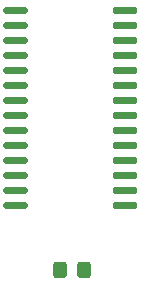
<source format=gbr>
%TF.GenerationSoftware,KiCad,Pcbnew,(5.1.6)-1*%
%TF.CreationDate,2020-09-17T21:49:40+02:00*%
%TF.ProjectId,gpioexpander5,6770696f-6578-4706-916e-646572352e6b,rev?*%
%TF.SameCoordinates,Original*%
%TF.FileFunction,Paste,Top*%
%TF.FilePolarity,Positive*%
%FSLAX46Y46*%
G04 Gerber Fmt 4.6, Leading zero omitted, Abs format (unit mm)*
G04 Created by KiCad (PCBNEW (5.1.6)-1) date 2020-09-17 21:49:40*
%MOMM*%
%LPD*%
G01*
G04 APERTURE LIST*
G04 APERTURE END LIST*
%TO.C,U1*%
G36*
G01*
X130625000Y-51585000D02*
X130625000Y-51285000D01*
G75*
G02*
X130775000Y-51135000I150000J0D01*
G01*
X132525000Y-51135000D01*
G75*
G02*
X132675000Y-51285000I0J-150000D01*
G01*
X132675000Y-51585000D01*
G75*
G02*
X132525000Y-51735000I-150000J0D01*
G01*
X130775000Y-51735000D01*
G75*
G02*
X130625000Y-51585000I0J150000D01*
G01*
G37*
G36*
G01*
X130625000Y-52855000D02*
X130625000Y-52555000D01*
G75*
G02*
X130775000Y-52405000I150000J0D01*
G01*
X132525000Y-52405000D01*
G75*
G02*
X132675000Y-52555000I0J-150000D01*
G01*
X132675000Y-52855000D01*
G75*
G02*
X132525000Y-53005000I-150000J0D01*
G01*
X130775000Y-53005000D01*
G75*
G02*
X130625000Y-52855000I0J150000D01*
G01*
G37*
G36*
G01*
X130625000Y-54125000D02*
X130625000Y-53825000D01*
G75*
G02*
X130775000Y-53675000I150000J0D01*
G01*
X132525000Y-53675000D01*
G75*
G02*
X132675000Y-53825000I0J-150000D01*
G01*
X132675000Y-54125000D01*
G75*
G02*
X132525000Y-54275000I-150000J0D01*
G01*
X130775000Y-54275000D01*
G75*
G02*
X130625000Y-54125000I0J150000D01*
G01*
G37*
G36*
G01*
X130625000Y-55395000D02*
X130625000Y-55095000D01*
G75*
G02*
X130775000Y-54945000I150000J0D01*
G01*
X132525000Y-54945000D01*
G75*
G02*
X132675000Y-55095000I0J-150000D01*
G01*
X132675000Y-55395000D01*
G75*
G02*
X132525000Y-55545000I-150000J0D01*
G01*
X130775000Y-55545000D01*
G75*
G02*
X130625000Y-55395000I0J150000D01*
G01*
G37*
G36*
G01*
X130625000Y-56665000D02*
X130625000Y-56365000D01*
G75*
G02*
X130775000Y-56215000I150000J0D01*
G01*
X132525000Y-56215000D01*
G75*
G02*
X132675000Y-56365000I0J-150000D01*
G01*
X132675000Y-56665000D01*
G75*
G02*
X132525000Y-56815000I-150000J0D01*
G01*
X130775000Y-56815000D01*
G75*
G02*
X130625000Y-56665000I0J150000D01*
G01*
G37*
G36*
G01*
X130625000Y-57935000D02*
X130625000Y-57635000D01*
G75*
G02*
X130775000Y-57485000I150000J0D01*
G01*
X132525000Y-57485000D01*
G75*
G02*
X132675000Y-57635000I0J-150000D01*
G01*
X132675000Y-57935000D01*
G75*
G02*
X132525000Y-58085000I-150000J0D01*
G01*
X130775000Y-58085000D01*
G75*
G02*
X130625000Y-57935000I0J150000D01*
G01*
G37*
G36*
G01*
X130625000Y-59205000D02*
X130625000Y-58905000D01*
G75*
G02*
X130775000Y-58755000I150000J0D01*
G01*
X132525000Y-58755000D01*
G75*
G02*
X132675000Y-58905000I0J-150000D01*
G01*
X132675000Y-59205000D01*
G75*
G02*
X132525000Y-59355000I-150000J0D01*
G01*
X130775000Y-59355000D01*
G75*
G02*
X130625000Y-59205000I0J150000D01*
G01*
G37*
G36*
G01*
X130625000Y-60475000D02*
X130625000Y-60175000D01*
G75*
G02*
X130775000Y-60025000I150000J0D01*
G01*
X132525000Y-60025000D01*
G75*
G02*
X132675000Y-60175000I0J-150000D01*
G01*
X132675000Y-60475000D01*
G75*
G02*
X132525000Y-60625000I-150000J0D01*
G01*
X130775000Y-60625000D01*
G75*
G02*
X130625000Y-60475000I0J150000D01*
G01*
G37*
G36*
G01*
X130625000Y-61745000D02*
X130625000Y-61445000D01*
G75*
G02*
X130775000Y-61295000I150000J0D01*
G01*
X132525000Y-61295000D01*
G75*
G02*
X132675000Y-61445000I0J-150000D01*
G01*
X132675000Y-61745000D01*
G75*
G02*
X132525000Y-61895000I-150000J0D01*
G01*
X130775000Y-61895000D01*
G75*
G02*
X130625000Y-61745000I0J150000D01*
G01*
G37*
G36*
G01*
X130625000Y-63015000D02*
X130625000Y-62715000D01*
G75*
G02*
X130775000Y-62565000I150000J0D01*
G01*
X132525000Y-62565000D01*
G75*
G02*
X132675000Y-62715000I0J-150000D01*
G01*
X132675000Y-63015000D01*
G75*
G02*
X132525000Y-63165000I-150000J0D01*
G01*
X130775000Y-63165000D01*
G75*
G02*
X130625000Y-63015000I0J150000D01*
G01*
G37*
G36*
G01*
X130625000Y-64285000D02*
X130625000Y-63985000D01*
G75*
G02*
X130775000Y-63835000I150000J0D01*
G01*
X132525000Y-63835000D01*
G75*
G02*
X132675000Y-63985000I0J-150000D01*
G01*
X132675000Y-64285000D01*
G75*
G02*
X132525000Y-64435000I-150000J0D01*
G01*
X130775000Y-64435000D01*
G75*
G02*
X130625000Y-64285000I0J150000D01*
G01*
G37*
G36*
G01*
X130625000Y-65555000D02*
X130625000Y-65255000D01*
G75*
G02*
X130775000Y-65105000I150000J0D01*
G01*
X132525000Y-65105000D01*
G75*
G02*
X132675000Y-65255000I0J-150000D01*
G01*
X132675000Y-65555000D01*
G75*
G02*
X132525000Y-65705000I-150000J0D01*
G01*
X130775000Y-65705000D01*
G75*
G02*
X130625000Y-65555000I0J150000D01*
G01*
G37*
G36*
G01*
X130625000Y-66825000D02*
X130625000Y-66525000D01*
G75*
G02*
X130775000Y-66375000I150000J0D01*
G01*
X132525000Y-66375000D01*
G75*
G02*
X132675000Y-66525000I0J-150000D01*
G01*
X132675000Y-66825000D01*
G75*
G02*
X132525000Y-66975000I-150000J0D01*
G01*
X130775000Y-66975000D01*
G75*
G02*
X130625000Y-66825000I0J150000D01*
G01*
G37*
G36*
G01*
X130625000Y-68095000D02*
X130625000Y-67795000D01*
G75*
G02*
X130775000Y-67645000I150000J0D01*
G01*
X132525000Y-67645000D01*
G75*
G02*
X132675000Y-67795000I0J-150000D01*
G01*
X132675000Y-68095000D01*
G75*
G02*
X132525000Y-68245000I-150000J0D01*
G01*
X130775000Y-68245000D01*
G75*
G02*
X130625000Y-68095000I0J150000D01*
G01*
G37*
G36*
G01*
X121325000Y-68095000D02*
X121325000Y-67795000D01*
G75*
G02*
X121475000Y-67645000I150000J0D01*
G01*
X123225000Y-67645000D01*
G75*
G02*
X123375000Y-67795000I0J-150000D01*
G01*
X123375000Y-68095000D01*
G75*
G02*
X123225000Y-68245000I-150000J0D01*
G01*
X121475000Y-68245000D01*
G75*
G02*
X121325000Y-68095000I0J150000D01*
G01*
G37*
G36*
G01*
X121325000Y-66825000D02*
X121325000Y-66525000D01*
G75*
G02*
X121475000Y-66375000I150000J0D01*
G01*
X123225000Y-66375000D01*
G75*
G02*
X123375000Y-66525000I0J-150000D01*
G01*
X123375000Y-66825000D01*
G75*
G02*
X123225000Y-66975000I-150000J0D01*
G01*
X121475000Y-66975000D01*
G75*
G02*
X121325000Y-66825000I0J150000D01*
G01*
G37*
G36*
G01*
X121325000Y-65555000D02*
X121325000Y-65255000D01*
G75*
G02*
X121475000Y-65105000I150000J0D01*
G01*
X123225000Y-65105000D01*
G75*
G02*
X123375000Y-65255000I0J-150000D01*
G01*
X123375000Y-65555000D01*
G75*
G02*
X123225000Y-65705000I-150000J0D01*
G01*
X121475000Y-65705000D01*
G75*
G02*
X121325000Y-65555000I0J150000D01*
G01*
G37*
G36*
G01*
X121325000Y-64285000D02*
X121325000Y-63985000D01*
G75*
G02*
X121475000Y-63835000I150000J0D01*
G01*
X123225000Y-63835000D01*
G75*
G02*
X123375000Y-63985000I0J-150000D01*
G01*
X123375000Y-64285000D01*
G75*
G02*
X123225000Y-64435000I-150000J0D01*
G01*
X121475000Y-64435000D01*
G75*
G02*
X121325000Y-64285000I0J150000D01*
G01*
G37*
G36*
G01*
X121325000Y-63015000D02*
X121325000Y-62715000D01*
G75*
G02*
X121475000Y-62565000I150000J0D01*
G01*
X123225000Y-62565000D01*
G75*
G02*
X123375000Y-62715000I0J-150000D01*
G01*
X123375000Y-63015000D01*
G75*
G02*
X123225000Y-63165000I-150000J0D01*
G01*
X121475000Y-63165000D01*
G75*
G02*
X121325000Y-63015000I0J150000D01*
G01*
G37*
G36*
G01*
X121325000Y-61745000D02*
X121325000Y-61445000D01*
G75*
G02*
X121475000Y-61295000I150000J0D01*
G01*
X123225000Y-61295000D01*
G75*
G02*
X123375000Y-61445000I0J-150000D01*
G01*
X123375000Y-61745000D01*
G75*
G02*
X123225000Y-61895000I-150000J0D01*
G01*
X121475000Y-61895000D01*
G75*
G02*
X121325000Y-61745000I0J150000D01*
G01*
G37*
G36*
G01*
X121325000Y-60475000D02*
X121325000Y-60175000D01*
G75*
G02*
X121475000Y-60025000I150000J0D01*
G01*
X123225000Y-60025000D01*
G75*
G02*
X123375000Y-60175000I0J-150000D01*
G01*
X123375000Y-60475000D01*
G75*
G02*
X123225000Y-60625000I-150000J0D01*
G01*
X121475000Y-60625000D01*
G75*
G02*
X121325000Y-60475000I0J150000D01*
G01*
G37*
G36*
G01*
X121325000Y-59205000D02*
X121325000Y-58905000D01*
G75*
G02*
X121475000Y-58755000I150000J0D01*
G01*
X123225000Y-58755000D01*
G75*
G02*
X123375000Y-58905000I0J-150000D01*
G01*
X123375000Y-59205000D01*
G75*
G02*
X123225000Y-59355000I-150000J0D01*
G01*
X121475000Y-59355000D01*
G75*
G02*
X121325000Y-59205000I0J150000D01*
G01*
G37*
G36*
G01*
X121325000Y-57935000D02*
X121325000Y-57635000D01*
G75*
G02*
X121475000Y-57485000I150000J0D01*
G01*
X123225000Y-57485000D01*
G75*
G02*
X123375000Y-57635000I0J-150000D01*
G01*
X123375000Y-57935000D01*
G75*
G02*
X123225000Y-58085000I-150000J0D01*
G01*
X121475000Y-58085000D01*
G75*
G02*
X121325000Y-57935000I0J150000D01*
G01*
G37*
G36*
G01*
X121325000Y-56665000D02*
X121325000Y-56365000D01*
G75*
G02*
X121475000Y-56215000I150000J0D01*
G01*
X123225000Y-56215000D01*
G75*
G02*
X123375000Y-56365000I0J-150000D01*
G01*
X123375000Y-56665000D01*
G75*
G02*
X123225000Y-56815000I-150000J0D01*
G01*
X121475000Y-56815000D01*
G75*
G02*
X121325000Y-56665000I0J150000D01*
G01*
G37*
G36*
G01*
X121325000Y-55395000D02*
X121325000Y-55095000D01*
G75*
G02*
X121475000Y-54945000I150000J0D01*
G01*
X123225000Y-54945000D01*
G75*
G02*
X123375000Y-55095000I0J-150000D01*
G01*
X123375000Y-55395000D01*
G75*
G02*
X123225000Y-55545000I-150000J0D01*
G01*
X121475000Y-55545000D01*
G75*
G02*
X121325000Y-55395000I0J150000D01*
G01*
G37*
G36*
G01*
X121325000Y-54125000D02*
X121325000Y-53825000D01*
G75*
G02*
X121475000Y-53675000I150000J0D01*
G01*
X123225000Y-53675000D01*
G75*
G02*
X123375000Y-53825000I0J-150000D01*
G01*
X123375000Y-54125000D01*
G75*
G02*
X123225000Y-54275000I-150000J0D01*
G01*
X121475000Y-54275000D01*
G75*
G02*
X121325000Y-54125000I0J150000D01*
G01*
G37*
G36*
G01*
X121325000Y-52855000D02*
X121325000Y-52555000D01*
G75*
G02*
X121475000Y-52405000I150000J0D01*
G01*
X123225000Y-52405000D01*
G75*
G02*
X123375000Y-52555000I0J-150000D01*
G01*
X123375000Y-52855000D01*
G75*
G02*
X123225000Y-53005000I-150000J0D01*
G01*
X121475000Y-53005000D01*
G75*
G02*
X121325000Y-52855000I0J150000D01*
G01*
G37*
G36*
G01*
X121325000Y-51585000D02*
X121325000Y-51285000D01*
G75*
G02*
X121475000Y-51135000I150000J0D01*
G01*
X123225000Y-51135000D01*
G75*
G02*
X123375000Y-51285000I0J-150000D01*
G01*
X123375000Y-51585000D01*
G75*
G02*
X123225000Y-51735000I-150000J0D01*
G01*
X121475000Y-51735000D01*
G75*
G02*
X121325000Y-51585000I0J150000D01*
G01*
G37*
%TD*%
%TO.C,R10*%
G36*
G01*
X126686000Y-72955999D02*
X126686000Y-73856001D01*
G75*
G02*
X126436001Y-74106000I-249999J0D01*
G01*
X125785999Y-74106000D01*
G75*
G02*
X125536000Y-73856001I0J249999D01*
G01*
X125536000Y-72955999D01*
G75*
G02*
X125785999Y-72706000I249999J0D01*
G01*
X126436001Y-72706000D01*
G75*
G02*
X126686000Y-72955999I0J-249999D01*
G01*
G37*
G36*
G01*
X128736000Y-72955999D02*
X128736000Y-73856001D01*
G75*
G02*
X128486001Y-74106000I-249999J0D01*
G01*
X127835999Y-74106000D01*
G75*
G02*
X127586000Y-73856001I0J249999D01*
G01*
X127586000Y-72955999D01*
G75*
G02*
X127835999Y-72706000I249999J0D01*
G01*
X128486001Y-72706000D01*
G75*
G02*
X128736000Y-72955999I0J-249999D01*
G01*
G37*
%TD*%
M02*

</source>
